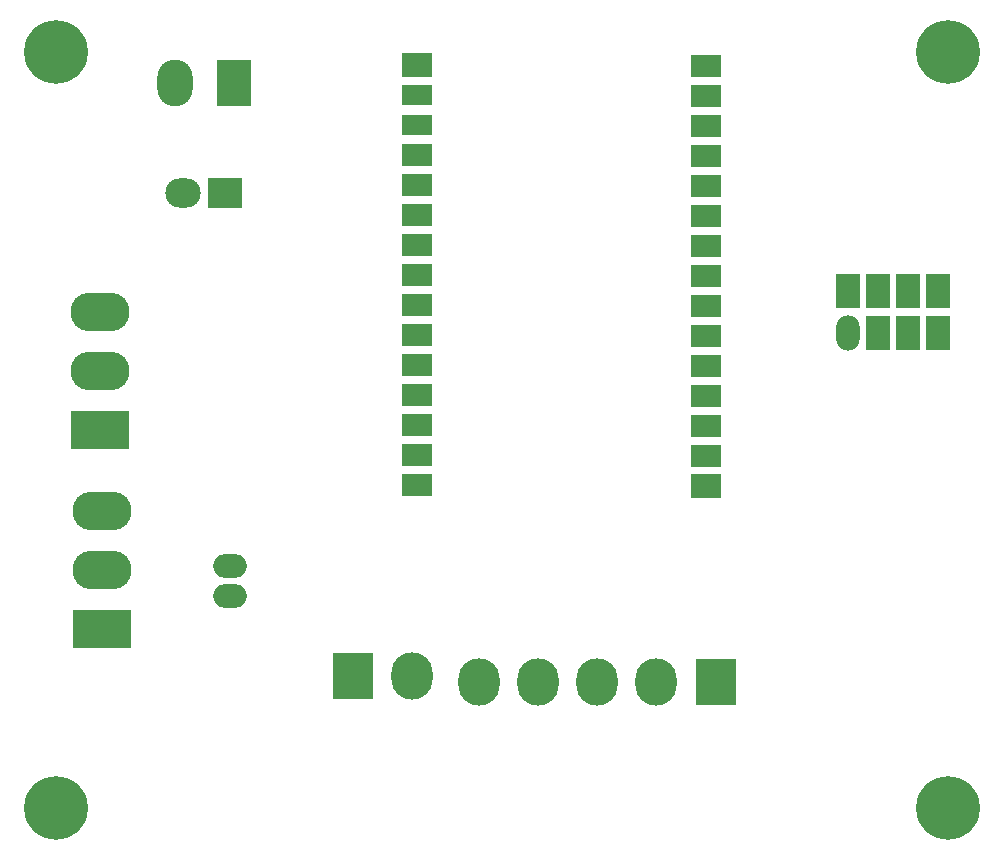
<source format=gbr>
%TF.GenerationSoftware,KiCad,Pcbnew,6.0.11+dfsg-1*%
%TF.CreationDate,2023-04-26T14:23:15-05:00*%
%TF.ProjectId,water_tank_module,77617465-725f-4746-916e-6b5f6d6f6475,rev?*%
%TF.SameCoordinates,Original*%
%TF.FileFunction,Soldermask,Top*%
%TF.FilePolarity,Negative*%
%FSLAX46Y46*%
G04 Gerber Fmt 4.6, Leading zero omitted, Abs format (unit mm)*
G04 Created by KiCad (PCBNEW 6.0.11+dfsg-1) date 2023-04-26 14:23:15*
%MOMM*%
%LPD*%
G01*
G04 APERTURE LIST*
%ADD10R,5.000000X3.300000*%
%ADD11O,5.000000X3.300000*%
%ADD12R,3.500000X4.000000*%
%ADD13O,3.500000X4.000000*%
%ADD14C,5.400000*%
%ADD15R,2.000000X3.000000*%
%ADD16O,2.000000X3.000000*%
%ADD17R,3.000000X2.500000*%
%ADD18O,3.000000X2.500000*%
%ADD19R,2.540000X2.100000*%
%ADD20R,2.540000X1.740000*%
%ADD21R,2.540000X1.950000*%
%ADD22R,3.000000X3.960000*%
%ADD23O,3.000000X3.960000*%
%ADD24O,2.850000X2.025000*%
%ADD25R,2.540000X2.000000*%
G04 APERTURE END LIST*
D10*
%TO.C,J4*%
X123500000Y-103000000D03*
D11*
X123500000Y-98000000D03*
X123500000Y-93000000D03*
%TD*%
D10*
%TO.C,J2*%
X123642500Y-119857500D03*
D11*
X123642500Y-114857500D03*
X123642500Y-109857500D03*
%TD*%
D12*
%TO.C,J3*%
X175607500Y-124357500D03*
D13*
X170607500Y-124357500D03*
X165607500Y-124357500D03*
X160607500Y-124357500D03*
X155607500Y-124357500D03*
%TD*%
D14*
%TO.C,H2*%
X119750000Y-135000000D03*
%TD*%
D15*
%TO.C,U4*%
X194423000Y-91244000D03*
X194423000Y-94784000D03*
X191883000Y-91244000D03*
X191883000Y-94784000D03*
X189343000Y-91244000D03*
X189343000Y-94784000D03*
X186803000Y-91244000D03*
D16*
X186803000Y-94784000D03*
%TD*%
D17*
%TO.C,C1*%
X134099113Y-82999113D03*
D18*
X130549113Y-82999113D03*
%TD*%
D14*
%TO.C,H3*%
X195250000Y-71000000D03*
%TD*%
D19*
%TO.C,J_esp0*%
X150295000Y-72105000D03*
D20*
X150295000Y-74645000D03*
X150295000Y-77185000D03*
D21*
X150295000Y-79725000D03*
X150295000Y-82265000D03*
X150295000Y-84805000D03*
X150295000Y-87345000D03*
X150295000Y-89885000D03*
X150295000Y-92425000D03*
X150295000Y-94965000D03*
X150295000Y-97505000D03*
X150295000Y-100045000D03*
X150295000Y-102585000D03*
X150295000Y-105125000D03*
X150295000Y-107665000D03*
%TD*%
D22*
%TO.C,5V1*%
X134871800Y-73688063D03*
D23*
X129871800Y-73688063D03*
%TD*%
D14*
%TO.C,H4*%
X119750000Y-71000000D03*
%TD*%
%TO.C,H1*%
X195250000Y-135000000D03*
%TD*%
D12*
%TO.C,J1*%
X144892500Y-123892500D03*
D13*
X149892500Y-123892500D03*
%TD*%
D24*
%TO.C,R11*%
X134500000Y-114549750D03*
X134500000Y-117089750D03*
%TD*%
D25*
%TO.C,J_esp1*%
X174835500Y-107744000D03*
D21*
X174835500Y-105204000D03*
X174835500Y-102664000D03*
X174835500Y-100124000D03*
X174835500Y-97584000D03*
X174835500Y-95044000D03*
X174835500Y-92504000D03*
X174835500Y-89964000D03*
X174835500Y-87424000D03*
X174835500Y-84884000D03*
X174835500Y-82344000D03*
X174835500Y-79804000D03*
X174835500Y-77264000D03*
X174835500Y-74724000D03*
X174835500Y-72184000D03*
%TD*%
M02*

</source>
